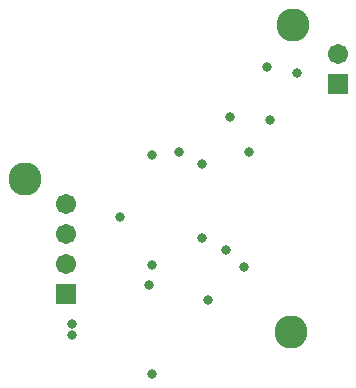
<source format=gbs>
%FSLAX25Y25*%
%MOIN*%
G70*
G01*
G75*
G04 Layer_Color=16711935*
%ADD10R,0.02756X0.03543*%
%ADD11R,0.10630X0.12992*%
%ADD12R,0.10630X0.03937*%
%ADD13R,0.03543X0.03150*%
%ADD14R,0.03150X0.03543*%
%ADD15R,0.04331X0.10236*%
%ADD16R,0.03543X0.02756*%
%ADD17R,0.02756X0.05118*%
%ADD18R,0.03347X0.02756*%
%ADD19R,0.08071X0.05709*%
%ADD20R,0.05709X0.08071*%
%ADD21O,0.01772X0.05118*%
%ADD22O,0.05118X0.01772*%
%ADD23R,0.03583X0.04803*%
%ADD24R,0.07874X0.05118*%
%ADD25R,0.07874X0.07874*%
%ADD26R,0.05118X0.07874*%
%ADD27R,0.07874X0.07874*%
%ADD28C,0.01000*%
%ADD29C,0.01600*%
%ADD30C,0.05906*%
%ADD31R,0.05906X0.05906*%
%ADD32C,0.02500*%
%ADD33C,0.10236*%
%ADD34C,0.00984*%
%ADD35C,0.01575*%
%ADD36C,0.00787*%
%ADD37C,0.00800*%
%ADD38C,0.00606*%
%ADD39R,0.03556X0.04343*%
%ADD40R,0.11430X0.13792*%
%ADD41R,0.11430X0.04737*%
%ADD42R,0.04343X0.03950*%
%ADD43R,0.03950X0.04343*%
%ADD44R,0.05131X0.11036*%
%ADD45R,0.04343X0.03556*%
%ADD46R,0.03556X0.05918*%
%ADD47R,0.04147X0.03556*%
%ADD48R,0.08871X0.06509*%
%ADD49R,0.06509X0.08871*%
%ADD50O,0.02572X0.05918*%
%ADD51O,0.05918X0.02572*%
%ADD52R,0.04383X0.05603*%
%ADD53R,0.08674X0.05918*%
%ADD54R,0.08674X0.08674*%
%ADD55R,0.05918X0.08674*%
%ADD56R,0.08674X0.08674*%
%ADD57C,0.06706*%
%ADD58R,0.06706X0.06706*%
%ADD59C,0.03300*%
%ADD60C,0.11036*%
D57*
X45276Y41496D02*
D03*
X-45276Y-8386D02*
D03*
Y-18386D02*
D03*
Y-28386D02*
D03*
D58*
X45276Y31496D02*
D03*
X-45276Y-38386D02*
D03*
D59*
X15748Y8858D02*
D03*
X7874Y-23622D02*
D03*
X0Y4921D02*
D03*
X-7874Y8858D02*
D03*
X21654Y37402D02*
D03*
X22638Y19685D02*
D03*
X-16732Y7874D02*
D03*
X-17717Y-35433D02*
D03*
X1969Y-40354D02*
D03*
X-16732Y-64961D02*
D03*
X-16732Y-28543D02*
D03*
X-197Y-19685D02*
D03*
X-27559Y-12795D02*
D03*
X13780Y-29528D02*
D03*
X-43307Y-48228D02*
D03*
Y-52165D02*
D03*
X31496Y35433D02*
D03*
X9252Y20669D02*
D03*
D60*
X-59055Y0D02*
D03*
X29528Y-51143D02*
D03*
X30315Y51181D02*
D03*
M02*

</source>
